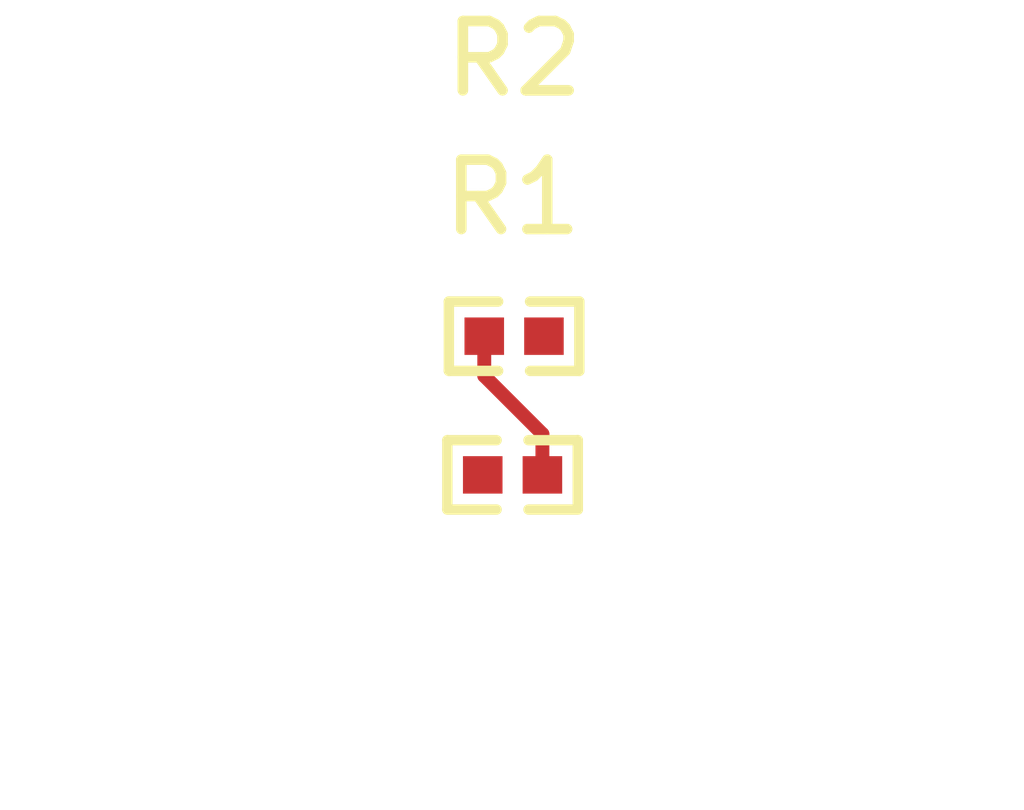
<source format=kicad_pcb>
(kicad_pcb (version 20241229) (generator "pcbnew") (generator_version "9.0")
  (layers (0 "F.Cu" signal) (2 "B.Cu" signal) (13 "F.Paste" user) (15 "B.Paste" user) (5 "F.SilkS" user "F.Silkscreen") (7 "B.SilkS" user "B.Silkscreen") (1 "F.Mask" user) (3 "B.Mask" user) (25 "Edge.Cuts" user))
  (net 0 "")
  (net 1 "adc_out")
  (net 2 "vcc")
  (net 3 "gnd")
  (footprint "Murata_Electronics_NCP15XH103F03RC:R0402" (layer "F.Cu") (at 97.9381 83.5799)
    (property "Reference" "R2" (at 0 -4 0) (layer "F.SilkS"))
    (property "Value" "")
    (fp_line (start -0.94 -0.5) (end -0.23 -0.5) (stroke (width 0.15)) (layer "F.SilkS"))
    (fp_line (start -0.94 0.5) (end -0.94 -0.5) (stroke (width 0.15)) (layer "F.SilkS"))
    (fp_line (start -0.23 0.5) (end -0.94 0.5) (stroke (width 0.15)) (layer "F.SilkS"))
    (fp_line (start 0.23 0.5) (end 0.94 0.5) (stroke (width 0.15)) (layer "F.SilkS"))
    (fp_line (start 0.94 -0.5) (end 0.23 -0.5) (stroke (width 0.15)) (layer "F.SilkS"))
    (fp_line (start 0.94 0.5) (end 0.94 -0.5) (stroke (width 0.15)) (layer "F.SilkS"))
    (fp_text user "${REFERENCE}" (at 0 -4 0) (layer "F.SilkS"))
    (pad "1" smd rect (at -0.43 0) (size 0.57 0.54) (layers "F.Cu" "F.Mask" "F.Paste") (net 1 "adc_out"))
    (pad "2" smd rect (at 0.43 0) (size 0.57 0.54) (layers "F.Cu" "F.Mask" "F.Paste") (net 3 "gnd"))
  )
  (footprint "UNI_ROYAL_0402WGF1002TCE:R0402" (layer "F.Cu") (at 97.916 85.5795)
    (property "Reference" "R1" (at 0 -4 0) (layer "F.SilkS"))
    (property "Value" "10kΩ ±1% 62.5mW")
    (fp_line (start -0.94 -0.5) (end -0.23 -0.5) (stroke (width 0.15)) (layer "F.SilkS"))
    (fp_line (start -0.94 0.5) (end -0.94 -0.5) (stroke (width 0.15)) (layer "F.SilkS"))
    (fp_line (start -0.23 0.5) (end -0.94 0.5) (stroke (width 0.15)) (layer "F.SilkS"))
    (fp_line (start 0.23 0.5) (end 0.94 0.5) (stroke (width 0.15)) (layer "F.SilkS"))
    (fp_line (start 0.94 -0.5) (end 0.23 -0.5) (stroke (width 0.15)) (layer "F.SilkS"))
    (fp_line (start 0.94 0.5) (end 0.94 -0.5) (stroke (width 0.15)) (layer "F.SilkS"))
    (fp_text user "${REFERENCE}" (at 0 -4 0) (layer "F.SilkS"))
    (pad "1" smd rect (at -0.43 0) (size 0.57 0.54) (layers "F.Cu" "F.Mask" "F.Paste") (net 2 "vcc"))
    (pad "2" smd rect (at 0.43 0) (size 0.57 0.54) (layers "F.Cu" "F.Mask" "F.Paste") (net 1 "adc_out"))
  )
  (segment (start 97.5081 84.1516) (end 98.346 84.9895) (width 0.2) (layer "F.Cu") (net 1))
  (segment (start 98.346 84.9895) (end 98.346 85.5795) (width 0.2) (layer "F.Cu") (net 1))
  (segment (start 97.5081 83.5799) (end 97.5081 84.1516) (width 0.2) (layer "F.Cu") (net 1))
)
</source>
